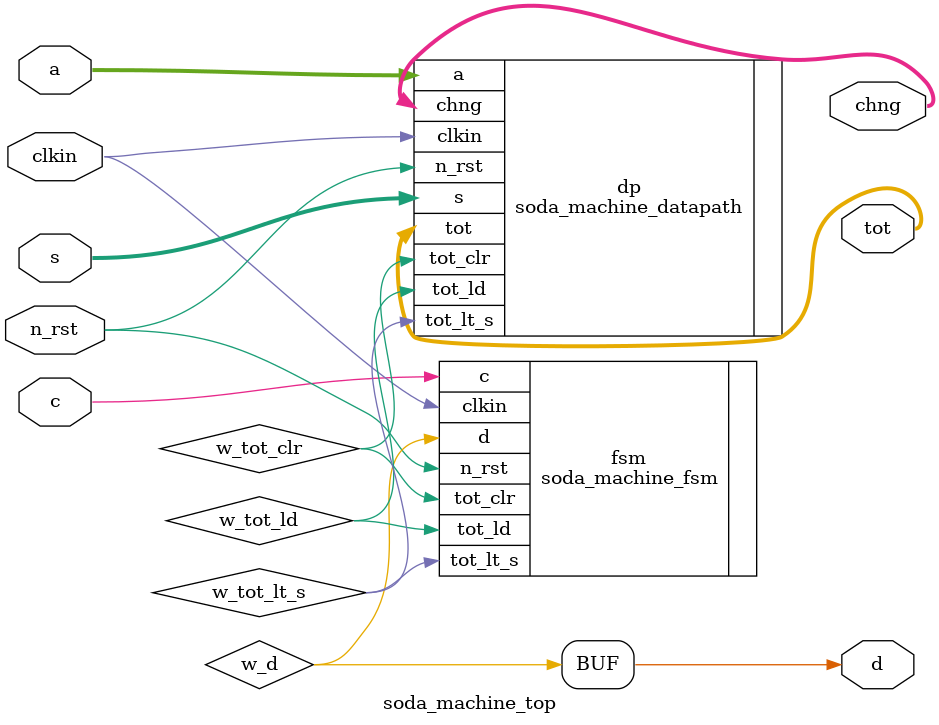
<source format=v>
`timescale 1ns / 1ps

module soda_machine_top(d, tot, chng, s, a, c, clkin, n_rst);

    /*--------- Declare I/O --------------------------*/
    output d;                // Output to dispense soda
    output [7:0] tot;        // Total accumulated value
    output [7:0] chng;        
    input [7:0] s;           // Set value against which total is compared
    input [7:0] a;           // Value to be added to the total
    input c;                 // Control input to FSM
    input clkin;             // Clock input
    input n_rst;             // Active-low reset signal

    /*--------- Declare internal wires --------------------------*/
    wire w_tot_ld;           // Load control signal for total value
    wire w_tot_clr;          // Clear control signal for total value
    wire w_tot_lt_s;         // Output indicating if total is less than set value
    wire w_d;                // Internal wire for soda dispense signal

    /*--------- Instantiate FSM and Datapath modules --------------------------*/
    soda_machine_fsm fsm ( 
        .d(w_d),
        .tot_ld(w_tot_ld),
        .tot_clr(w_tot_clr),
        .tot_lt_s(w_tot_lt_s),
        .c(c),
        .clkin(clkin),
        .n_rst(n_rst)
    );                       // Finite state machine for soda machine control

    soda_machine_datapath dp ( 
        .tot_lt_s(w_tot_lt_s),
        .tot(tot),
		.chng(chng),
        .s(s),
        .a(a),
        .tot_ld(w_tot_ld),
        .tot_clr(w_tot_clr),
        .clkin(clkin),
        .n_rst(n_rst)
    );                       // Datapath for soda machine arithmetic and logic

    /*--------- Assignments --------------------------*/
    assign d = w_d;          // Assign the internal dispense signal to output

endmodule

</source>
